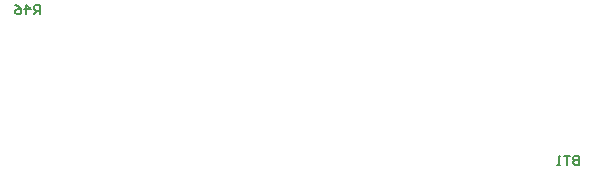
<source format=gbo>
G04*
G04 #@! TF.GenerationSoftware,Altium Limited,Altium Designer,19.0.14 (431)*
G04*
G04 Layer_Color=32896*
%FSLAX25Y25*%
%MOIN*%
G70*
G01*
G75*
%ADD14C,0.00591*%
D14*
X55950Y152676D02*
Y155825D01*
X54375D01*
X53851Y155300D01*
Y154251D01*
X54375Y153726D01*
X55950D01*
X54900D02*
X53851Y152676D01*
X51227D02*
Y155825D01*
X52801Y154251D01*
X50702D01*
X47554Y155825D02*
X48603Y155300D01*
X49652Y154251D01*
Y153201D01*
X49128Y152676D01*
X48078D01*
X47554Y153201D01*
Y153726D01*
X48078Y154251D01*
X49652D01*
X235665Y105511D02*
Y102362D01*
X234091D01*
X233566Y102887D01*
Y103412D01*
X234091Y103937D01*
X235665D01*
X234091D01*
X233566Y104461D01*
Y104986D01*
X234091Y105511D01*
X235665D01*
X232517D02*
X230418D01*
X231467D01*
Y102362D01*
X229368D02*
X228319D01*
X228843D01*
Y105511D01*
X229368Y104986D01*
M02*

</source>
